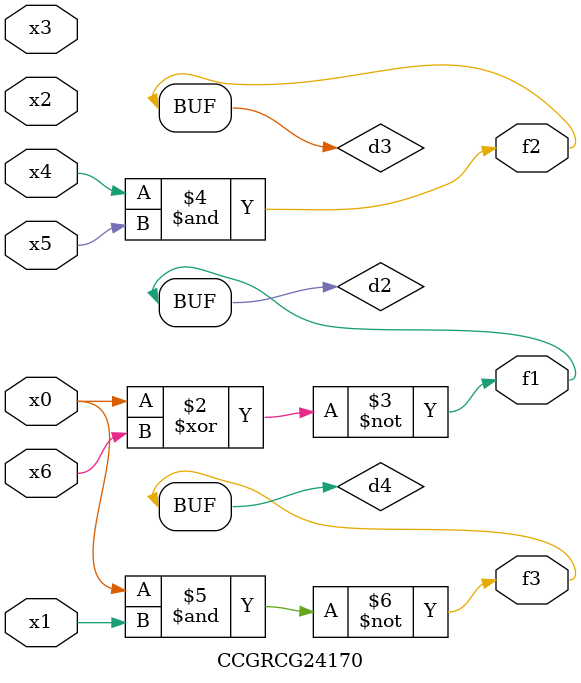
<source format=v>
module CCGRCG24170(
	input x0, x1, x2, x3, x4, x5, x6,
	output f1, f2, f3
);

	wire d1, d2, d3, d4;

	nor (d1, x0);
	xnor (d2, x0, x6);
	and (d3, x4, x5);
	nand (d4, x0, x1);
	assign f1 = d2;
	assign f2 = d3;
	assign f3 = d4;
endmodule

</source>
